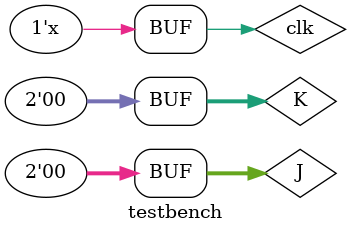
<source format=v>
`timescale 1ns / 1ps



module testbench();

reg clk;
reg [1:0] J, K;
wire Q;

JKFF tb(clk, J, K, Q);

initial begin //(2'b00 -> 2'b01 -> 2'b00 -> 2'b10 -> 2'b00 -> 2'b11 -> 2'b00)
    clk <= 0;
    #30 J <= 1'b0;
        K <= 1'b0;
    #30 J <= 1'b0;
        K <= 1'b1;
    #30 J <= 1'b0;
        K <= 1'b0;
    #30 J <= 1'b1;
        K <= 1'b0;
    #30 J <= 1'b0;
        K <= 1'b0;
    #30 J <= 1'b1;
        K <= 1'b1;
    #30 J <= 1'b0;
        K <= 1'b0;    
end

always begin
    #5 clk <= ~clk;
end
        
endmodule

</source>
